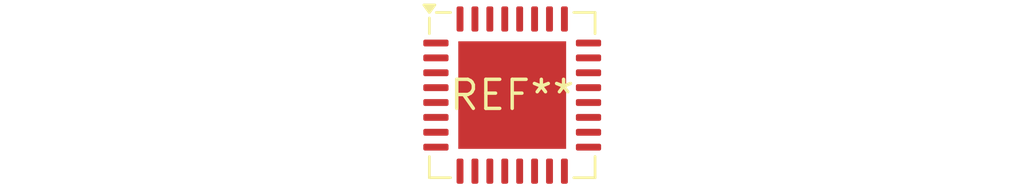
<source format=kicad_pcb>
(kicad_pcb (version 20240108) (generator pcbnew)
  (layers (0 "F.Cu" signal) (31 "B.Cu" signal) (34 "B.Paste" user) (35 "F.Paste" user) (36 "B.SilkS" user "B.Silkscreen") (37 "F.SilkS" user "F.Silkscreen") (38 "B.Mask" user) (39 "F.Mask" user) (44 "Edge.Cuts" user))
  (net 0 "")
  (footprint "QFN-32-1EP_7x7mm_P0.65mm_EP4.7x4.7mm" (layer "F.Cu") (at 0 0)
    (property "Reference" "REF**")
    (property "Value" "QFN-32-1EP_7x7mm_P0.65mm_EP4.7x4.7mm")
    (fp_line (start -3.61 -2.685) (end -3.61 -3.37) (layer "F.SilkS") (stroke (width 0.12)))
    (fp_line (start -3.61 3.61) (end -3.61 2.685) (layer "F.SilkS") (stroke (width 0.12)))
    (fp_line (start -2.685 -3.61) (end -3.31 -3.61) (layer "F.SilkS") (stroke (width 0.12)))
    (fp_line (start -2.685 3.61) (end -3.61 3.61) (layer "F.SilkS") (stroke (width 0.12)))
    (fp_line (start 2.685 -3.61) (end 3.61 -3.61) (layer "F.SilkS") (stroke (width 0.12)))
    (fp_line (start 2.685 3.61) (end 3.61 3.61) (layer "F.SilkS") (stroke (width 0.12)))
    (fp_line (start 3.61 -3.61) (end 3.61 -2.685) (layer "F.SilkS") (stroke (width 0.12)))
    (fp_line (start 3.61 3.61) (end 3.61 2.685) (layer "F.SilkS") (stroke (width 0.12)))
    (fp_poly (pts (xy -3.61 -3.61) (xy -3.85 -3.94) (xy -3.37 -3.94) (xy -3.61 -3.61)) (layer "F.SilkS") (stroke (width 0.12)) (fill solid))
    (pad "1" smd roundrect (at -3.325 -2.275) (size 1.1 0.3) (layers "F.Cu" "F.Paste" "F.Mask"))
    (pad "2" smd roundrect (at -3.325 -1.625) (size 1.1 0.3) (layers "F.Cu" "F.Paste" "F.Mask"))
    (pad "3" smd roundrect (at -3.325 -0.975) (size 1.1 0.3) (layers "F.Cu" "F.Paste" "F.Mask"))
    (pad "4" smd roundrect (at -3.325 -0.325) (size 1.1 0.3) (layers "F.Cu" "F.Paste" "F.Mask"))
    (pad "5" smd roundrect (at -3.325 0.325) (size 1.1 0.3) (layers "F.Cu" "F.Paste" "F.Mask"))
    (pad "6" smd roundrect (at -3.325 0.975) (size 1.1 0.3) (layers "F.Cu" "F.Paste" "F.Mask"))
    (pad "7" smd roundrect (at -3.325 1.625) (size 1.1 0.3) (layers "F.Cu" "F.Paste" "F.Mask"))
    (pad "8" smd roundrect (at -3.325 2.275) (size 1.1 0.3) (layers "F.Cu" "F.Paste" "F.Mask"))
    (pad "9" smd roundrect (at -2.275 3.325) (size 0.3 1.1) (layers "F.Cu" "F.Paste" "F.Mask"))
    (pad "10" smd roundrect (at -1.625 3.325) (size 0.3 1.1) (layers "F.Cu" "F.Paste" "F.Mask"))
    (pad "11" smd roundrect (at -0.975 3.325) (size 0.3 1.1) (layers "F.Cu" "F.Paste" "F.Mask"))
    (pad "12" smd roundrect (at -0.325 3.325) (size 0.3 1.1) (layers "F.Cu" "F.Paste" "F.Mask"))
    (pad "13" smd roundrect (at 0.325 3.325) (size 0.3 1.1) (layers "F.Cu" "F.Paste" "F.Mask"))
    (pad "14" smd roundrect (at 0.975 3.325) (size 0.3 1.1) (layers "F.Cu" "F.Paste" "F.Mask"))
    (pad "15" smd roundrect (at 1.625 3.325) (size 0.3 1.1) (layers "F.Cu" "F.Paste" "F.Mask"))
    (pad "16" smd roundrect (at 2.275 3.325) (size 0.3 1.1) (layers "F.Cu" "F.Paste" "F.Mask"))
    (pad "17" smd roundrect (at 3.325 2.275) (size 1.1 0.3) (layers "F.Cu" "F.Paste" "F.Mask"))
    (pad "18" smd roundrect (at 3.325 1.625) (size 1.1 0.3) (layers "F.Cu" "F.Paste" "F.Mask"))
    (pad "19" smd roundrect (at 3.325 0.975) (size 1.1 0.3) (layers "F.Cu" "F.Paste" "F.Mask"))
    (pad "20" smd roundrect (at 3.325 0.325) (size 1.1 0.3) (layers "F.Cu" "F.Paste" "F.Mask"))
    (pad "21" smd roundrect (at 3.325 -0.325) (size 1.1 0.3) (layers "F.Cu" "F.Paste" "F.Mask"))
    (pad "22" smd roundrect (at 3.325 -0.975) (size 1.1 0.3) (layers "F.Cu" "F.Paste" "F.Mask"))
    (pad "23" smd roundrect (at 3.325 -1.625) (size 1.1 0.3) (layers "F.Cu" "F.Paste" "F.Mask"))
    (pad "24" smd roundrect (at 3.325 -2.275) (size 1.1 0.3) (layers "F.Cu" "F.Paste" "F.Mask"))
    (pad "25" smd roundrect (at 2.275 -3.325) (size 0.3 1.1) (layers "F.Cu" "F.Paste" "F.Mask"))
    (pad "26" smd roundrect (at 1.625 -3.325) (size 0.3 1.1) (layers "F.Cu" "F.Paste" "F.Mask"))
    (pad "27" smd roundrect (at 0.975 -3.325) (size 0.3 1.1) (layers "F.Cu" "F.Paste" "F.Mask"))
    (pad "28" smd roundrect (at 0.325 -3.325) (size 0.3 1.1) (layers "F.Cu" "F.Paste" "F.Mask"))
    (pad "29" smd roundrect (at -0.325 -3.325) (size 0.3 1.1) (layers "F.Cu" "F.Paste" "F.Mask"))
    (pad "30" smd roundrect (at -0.975 -3.325) (size 0.3 1.1) (layers "F.Cu" "F.Paste" "F.Mask"))
    (pad "31" smd roundrect (at -1.625 -3.325) (size 0.3 1.1) (layers "F.Cu" "F.Paste" "F.Mask"))
    (pad "32" smd roundrect (at -2.275 -3.325) (size 0.3 1.1) (layers "F.Cu" "F.Paste" "F.Mask"))
    (pad "33" smd rect (at 0 0) (size 4.7 4.7) (property pad_prop_heatsink) (layers "F.Cu" "F.Mask"))
  )
)
</source>
